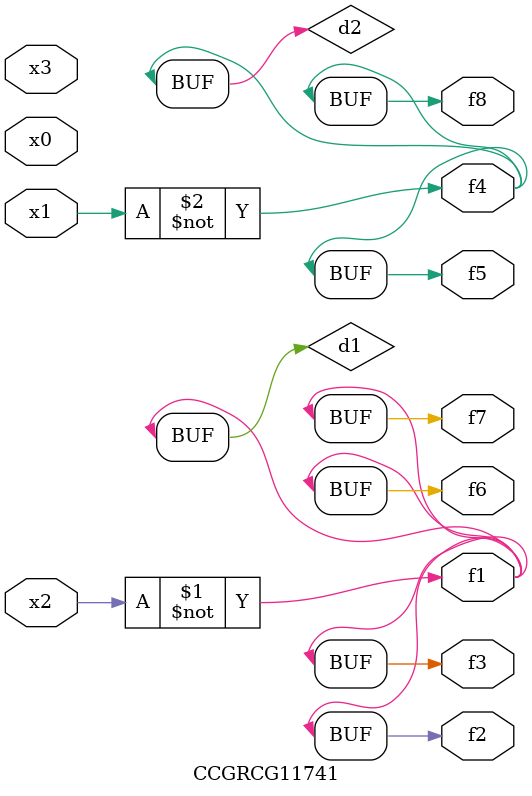
<source format=v>
module CCGRCG11741(
	input x0, x1, x2, x3,
	output f1, f2, f3, f4, f5, f6, f7, f8
);

	wire d1, d2;

	xnor (d1, x2);
	not (d2, x1);
	assign f1 = d1;
	assign f2 = d1;
	assign f3 = d1;
	assign f4 = d2;
	assign f5 = d2;
	assign f6 = d1;
	assign f7 = d1;
	assign f8 = d2;
endmodule

</source>
